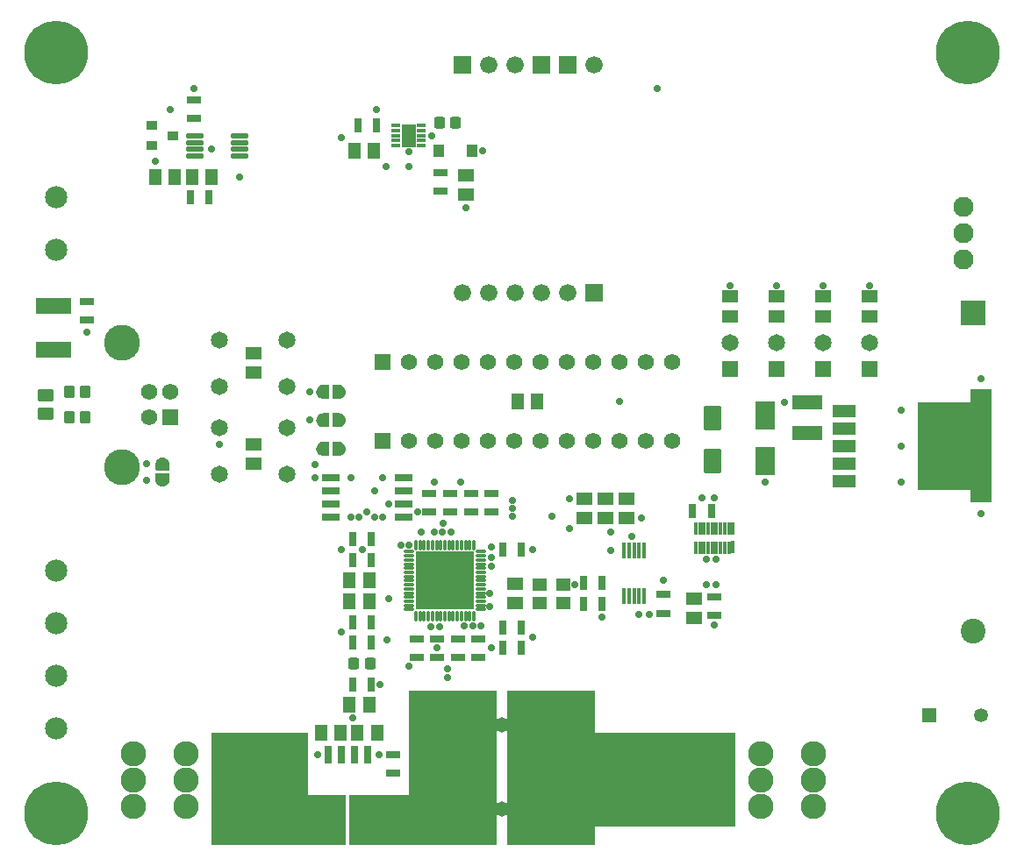
<source format=gbr>
%TF.GenerationSoftware,Altium Limited,Altium Designer,25.2.1 (25)*%
G04 Layer_Color=16711935*
%FSLAX43Y43*%
%MOMM*%
%TF.SameCoordinates,14BE83A4-B3EB-4770-8DB1-726BE69DDD70*%
%TF.FilePolarity,Negative*%
%TF.FileFunction,Soldermask,Bot*%
%TF.Part,Single*%
G01*
G75*
%TA.AperFunction,ComponentPad*%
%ADD78C,1.650*%
%ADD79R,1.650X1.650*%
%ADD80C,1.674*%
%ADD81R,1.674X1.674*%
%ADD82C,2.450*%
%ADD83C,1.350*%
%ADD84R,1.350X1.350*%
%ADD85C,2.550*%
%ADD86C,1.475*%
%ADD87C,1.950*%
%ADD88C,2.150*%
%ADD89C,1.575*%
%ADD90C,2.400*%
%ADD91R,1.558X1.558*%
%ADD92C,3.466*%
%ADD93C,1.558*%
%TA.AperFunction,ViaPad*%
%ADD94C,6.150*%
%TA.AperFunction,ComponentPad*%
%ADD95R,1.575X1.575*%
%ADD96R,2.400X2.400*%
%TA.AperFunction,ViaPad*%
%ADD97C,0.700*%
%TA.AperFunction,SMDPad,CuDef*%
%ADD98R,0.800X1.678*%
%ADD99R,1.400X0.750*%
G04:AMPARAMS|DCode=100|XSize=2.36mm|YSize=1.68mm|CornerRadius=0.19mm|HoleSize=0mm|Usage=FLASHONLY|Rotation=270.000|XOffset=0mm|YOffset=0mm|HoleType=Round|Shape=RoundedRectangle|*
%AMROUNDEDRECTD100*
21,1,2.360,1.301,0,0,270.0*
21,1,1.981,1.680,0,0,270.0*
1,1,0.380,-0.650,-0.990*
1,1,0.380,-0.650,0.990*
1,1,0.380,0.650,0.990*
1,1,0.380,0.650,-0.990*
%
%ADD100ROUNDEDRECTD100*%
%ADD101R,1.950X2.800*%
%ADD102R,0.350X1.150*%
%ADD103R,0.350X1.250*%
%ADD104R,1.620X1.190*%
%ADD105R,0.750X1.400*%
%ADD106R,2.910X1.380*%
G04:AMPARAMS|DCode=107|XSize=1.166mm|YSize=1.547mm|CornerRadius=0.202mm|HoleSize=0mm|Usage=FLASHONLY|Rotation=270.000|XOffset=0mm|YOffset=0mm|HoleType=Round|Shape=RoundedRectangle|*
%AMROUNDEDRECTD107*
21,1,1.166,1.143,0,0,270.0*
21,1,0.762,1.547,0,0,270.0*
1,1,0.404,-0.572,-0.381*
1,1,0.404,-0.572,0.381*
1,1,0.404,0.572,0.381*
1,1,0.404,0.572,-0.381*
%
%ADD107ROUNDEDRECTD107*%
%ADD108R,5.650X5.650*%
G04:AMPARAMS|DCode=109|XSize=0.98mm|YSize=0.37mm|CornerRadius=0.103mm|HoleSize=0mm|Usage=FLASHONLY|Rotation=180.000|XOffset=0mm|YOffset=0mm|HoleType=Round|Shape=RoundedRectangle|*
%AMROUNDEDRECTD109*
21,1,0.980,0.165,0,0,180.0*
21,1,0.775,0.370,0,0,180.0*
1,1,0.205,-0.388,0.083*
1,1,0.205,0.388,0.083*
1,1,0.205,0.388,-0.083*
1,1,0.205,-0.388,-0.083*
%
%ADD109ROUNDEDRECTD109*%
G04:AMPARAMS|DCode=110|XSize=0.98mm|YSize=0.37mm|CornerRadius=0.103mm|HoleSize=0mm|Usage=FLASHONLY|Rotation=270.000|XOffset=0mm|YOffset=0mm|HoleType=Round|Shape=RoundedRectangle|*
%AMROUNDEDRECTD110*
21,1,0.980,0.165,0,0,270.0*
21,1,0.775,0.370,0,0,270.0*
1,1,0.205,-0.083,-0.388*
1,1,0.205,-0.083,0.388*
1,1,0.205,0.083,0.388*
1,1,0.205,0.083,-0.388*
%
%ADD110ROUNDEDRECTD110*%
%ADD111R,2.310X1.170*%
%ADD112R,2.060X1.385*%
%ADD113R,7.140X8.480*%
%ADD114R,0.450X1.550*%
%ADD115R,1.190X1.620*%
G04:AMPARAMS|DCode=116|XSize=1.62mm|YSize=0.55mm|CornerRadius=0.125mm|HoleSize=0mm|Usage=FLASHONLY|Rotation=180.000|XOffset=0mm|YOffset=0mm|HoleType=Round|Shape=RoundedRectangle|*
%AMROUNDEDRECTD116*
21,1,1.620,0.300,0,0,180.0*
21,1,1.370,0.550,0,0,180.0*
1,1,0.250,-0.685,0.150*
1,1,0.250,0.685,0.150*
1,1,0.250,0.685,-0.150*
1,1,0.250,-0.685,-0.150*
%
%ADD116ROUNDEDRECTD116*%
%ADD117R,1.050X0.950*%
%ADD118R,1.070X1.230*%
G04:AMPARAMS|DCode=119|XSize=1.05mm|YSize=1.12mm|CornerRadius=0.21mm|HoleSize=0mm|Usage=FLASHONLY|Rotation=180.000|XOffset=0mm|YOffset=0mm|HoleType=Round|Shape=RoundedRectangle|*
%AMROUNDEDRECTD119*
21,1,1.050,0.700,0,0,180.0*
21,1,0.630,1.120,0,0,180.0*
1,1,0.420,-0.315,0.350*
1,1,0.420,0.315,0.350*
1,1,0.420,0.315,-0.350*
1,1,0.420,-0.315,-0.350*
%
%ADD119ROUNDEDRECTD119*%
%ADD120R,1.450X1.200*%
%ADD121R,0.950X0.450*%
%ADD122R,1.400X2.200*%
%ADD123R,1.750X0.800*%
%ADD124R,3.350X1.650*%
G04:AMPARAMS|DCode=125|XSize=1.02mm|YSize=1.17mm|CornerRadius=0.184mm|HoleSize=0mm|Usage=FLASHONLY|Rotation=0.000|XOffset=0mm|YOffset=0mm|HoleType=Round|Shape=RoundedRectangle|*
%AMROUNDEDRECTD125*
21,1,1.020,0.803,0,0,0.0*
21,1,0.653,1.170,0,0,0.0*
1,1,0.368,0.326,-0.401*
1,1,0.368,-0.326,-0.401*
1,1,0.368,-0.326,0.401*
1,1,0.368,0.326,0.401*
%
%ADD125ROUNDEDRECTD125*%
G36*
X31793Y45924D02*
X31886Y45910D01*
X31898Y45907D01*
X31988Y45878D01*
X31998Y45873D01*
X32083Y45830D01*
X32089Y45826D01*
X32093Y45824D01*
X32169Y45769D01*
X32178Y45761D01*
X32245Y45694D01*
X32253Y45685D01*
X32253Y45685D01*
X32308Y45609D01*
X32310Y45605D01*
X32314Y45599D01*
X32357Y45514D01*
X32362Y45504D01*
X32391Y45414D01*
X32394Y45402D01*
X32408Y45309D01*
X32409Y45297D01*
Y45297D01*
D01*
Y45203D01*
X32408Y45191D01*
X32394Y45098D01*
X32391Y45086D01*
X32362Y44996D01*
X32357Y44986D01*
X32314Y44901D01*
X32310Y44895D01*
X32308Y44891D01*
X32253Y44815D01*
X32245Y44806D01*
X32178Y44739D01*
X32169Y44731D01*
X32169Y44731D01*
X32093Y44676D01*
X32089Y44674D01*
X32083Y44670D01*
X31998Y44627D01*
X31988Y44622D01*
X31898Y44593D01*
X31886Y44590D01*
X31793Y44576D01*
X31781Y44575D01*
X31781D01*
X31781D01*
X31734Y44575D01*
X31226D01*
X31214Y44576D01*
X31203Y44578D01*
X31192Y44583D01*
X31182Y44589D01*
X31173Y44597D01*
X31165Y44606D01*
X31159Y44616D01*
X31154Y44627D01*
X31152Y44638D01*
X31151Y44650D01*
Y45850D01*
X31152Y45862D01*
X31154Y45873D01*
X31159Y45884D01*
X31165Y45894D01*
X31173Y45903D01*
X31182Y45911D01*
X31192Y45917D01*
X31203Y45922D01*
X31214Y45924D01*
X31226Y45925D01*
X31781D01*
X31793Y45924D01*
D02*
G37*
G36*
X30786D02*
X30797Y45922D01*
X30808Y45917D01*
X30818Y45911D01*
X30827Y45903D01*
X30835Y45894D01*
X30841Y45884D01*
X30846Y45873D01*
X30848Y45862D01*
X30849Y45850D01*
Y44650D01*
X30848Y44638D01*
X30846Y44627D01*
X30841Y44616D01*
X30835Y44606D01*
X30827Y44597D01*
X30818Y44589D01*
X30808Y44583D01*
X30797Y44578D01*
X30786Y44576D01*
X30774Y44575D01*
X30266D01*
X30266Y44575D01*
X30219D01*
D01*
X30219D01*
X30207Y44576D01*
X30114Y44590D01*
X30102Y44593D01*
X30012Y44622D01*
X30002Y44627D01*
X29917Y44670D01*
X29911Y44674D01*
X29907Y44676D01*
X29831Y44731D01*
X29831Y44731D01*
X29822Y44739D01*
X29755Y44806D01*
X29747Y44815D01*
X29692Y44891D01*
X29690Y44895D01*
X29686Y44901D01*
X29643Y44986D01*
X29638Y44996D01*
X29609Y45086D01*
X29606Y45098D01*
X29592Y45191D01*
X29591Y45203D01*
Y45297D01*
D01*
Y45297D01*
X29592Y45309D01*
X29606Y45402D01*
X29609Y45414D01*
X29638Y45504D01*
X29643Y45514D01*
X29686Y45599D01*
X29690Y45605D01*
X29692Y45609D01*
X29747Y45685D01*
X29747Y45685D01*
X29755Y45694D01*
X29822Y45761D01*
X29831Y45769D01*
X29907Y45824D01*
X29911Y45826D01*
X29917Y45830D01*
X30002Y45873D01*
X30012Y45878D01*
X30102Y45907D01*
X30114Y45910D01*
X30207Y45924D01*
X30219Y45925D01*
X30774D01*
X30786Y45924D01*
D02*
G37*
G36*
X31793Y43174D02*
X31886Y43160D01*
X31898Y43157D01*
X31988Y43128D01*
X31998Y43123D01*
X32083Y43080D01*
X32089Y43076D01*
X32093Y43074D01*
X32169Y43019D01*
X32178Y43011D01*
X32245Y42944D01*
X32253Y42935D01*
X32253Y42935D01*
X32308Y42859D01*
X32310Y42855D01*
X32314Y42849D01*
X32357Y42764D01*
X32362Y42754D01*
X32391Y42664D01*
X32394Y42652D01*
X32408Y42559D01*
X32409Y42547D01*
Y42547D01*
D01*
Y42453D01*
X32408Y42441D01*
X32394Y42348D01*
X32391Y42336D01*
X32362Y42246D01*
X32357Y42236D01*
X32314Y42151D01*
X32310Y42145D01*
X32308Y42141D01*
X32253Y42065D01*
X32245Y42056D01*
X32178Y41989D01*
X32169Y41981D01*
X32169Y41981D01*
X32093Y41926D01*
X32089Y41924D01*
X32083Y41920D01*
X31998Y41877D01*
X31988Y41872D01*
X31898Y41843D01*
X31886Y41840D01*
X31793Y41826D01*
X31781Y41825D01*
X31781D01*
X31781D01*
X31734Y41825D01*
X31226D01*
X31214Y41826D01*
X31203Y41828D01*
X31192Y41833D01*
X31182Y41839D01*
X31173Y41847D01*
X31165Y41856D01*
X31159Y41866D01*
X31154Y41877D01*
X31152Y41888D01*
X31151Y41900D01*
Y43100D01*
X31152Y43112D01*
X31154Y43123D01*
X31159Y43134D01*
X31165Y43144D01*
X31173Y43153D01*
X31182Y43161D01*
X31192Y43167D01*
X31203Y43172D01*
X31214Y43174D01*
X31226Y43175D01*
X31781D01*
X31793Y43174D01*
D02*
G37*
G36*
X30786D02*
X30797Y43172D01*
X30808Y43167D01*
X30818Y43161D01*
X30827Y43153D01*
X30835Y43144D01*
X30841Y43134D01*
X30846Y43123D01*
X30848Y43112D01*
X30849Y43100D01*
Y41900D01*
X30848Y41888D01*
X30846Y41877D01*
X30841Y41866D01*
X30835Y41856D01*
X30827Y41847D01*
X30818Y41839D01*
X30808Y41833D01*
X30797Y41828D01*
X30786Y41826D01*
X30774Y41825D01*
X30266D01*
X30266Y41825D01*
X30219D01*
D01*
X30219D01*
X30207Y41826D01*
X30114Y41840D01*
X30102Y41843D01*
X30012Y41872D01*
X30002Y41877D01*
X29917Y41920D01*
X29911Y41924D01*
X29907Y41926D01*
X29831Y41981D01*
X29831Y41981D01*
X29822Y41989D01*
X29755Y42056D01*
X29747Y42065D01*
X29692Y42141D01*
X29690Y42145D01*
X29686Y42151D01*
X29643Y42236D01*
X29638Y42246D01*
X29609Y42336D01*
X29606Y42348D01*
X29592Y42441D01*
X29591Y42453D01*
Y42547D01*
D01*
Y42547D01*
X29592Y42559D01*
X29606Y42652D01*
X29609Y42664D01*
X29638Y42754D01*
X29643Y42764D01*
X29686Y42849D01*
X29690Y42855D01*
X29692Y42859D01*
X29747Y42935D01*
X29747Y42935D01*
X29755Y42944D01*
X29822Y43011D01*
X29831Y43019D01*
X29907Y43074D01*
X29911Y43076D01*
X29917Y43080D01*
X30002Y43123D01*
X30012Y43128D01*
X30102Y43157D01*
X30114Y43160D01*
X30207Y43174D01*
X30219Y43175D01*
X30774D01*
X30786Y43174D01*
D02*
G37*
G36*
X31793Y40424D02*
X31886Y40410D01*
X31898Y40407D01*
X31988Y40378D01*
X31998Y40373D01*
X32083Y40330D01*
X32089Y40326D01*
X32093Y40324D01*
X32169Y40269D01*
X32178Y40261D01*
X32245Y40194D01*
X32253Y40185D01*
X32253Y40185D01*
X32308Y40109D01*
X32310Y40105D01*
X32314Y40099D01*
X32357Y40014D01*
X32362Y40004D01*
X32391Y39914D01*
X32394Y39902D01*
X32408Y39809D01*
X32409Y39797D01*
Y39797D01*
D01*
Y39703D01*
X32408Y39691D01*
X32394Y39598D01*
X32391Y39586D01*
X32362Y39496D01*
X32357Y39486D01*
X32314Y39401D01*
X32310Y39395D01*
X32308Y39391D01*
X32253Y39315D01*
X32245Y39306D01*
X32178Y39239D01*
X32169Y39231D01*
X32169Y39231D01*
X32093Y39176D01*
X32089Y39174D01*
X32083Y39170D01*
X31998Y39127D01*
X31988Y39122D01*
X31898Y39093D01*
X31886Y39090D01*
X31793Y39076D01*
X31781Y39075D01*
X31781D01*
X31781D01*
X31734Y39075D01*
X31226D01*
X31214Y39076D01*
X31203Y39078D01*
X31192Y39083D01*
X31182Y39089D01*
X31173Y39097D01*
X31165Y39106D01*
X31159Y39116D01*
X31154Y39127D01*
X31152Y39138D01*
X31151Y39150D01*
Y40350D01*
X31152Y40362D01*
X31154Y40373D01*
X31159Y40384D01*
X31165Y40394D01*
X31173Y40403D01*
X31182Y40411D01*
X31192Y40417D01*
X31203Y40422D01*
X31214Y40424D01*
X31226Y40425D01*
X31781D01*
X31793Y40424D01*
D02*
G37*
G36*
X30786D02*
X30797Y40422D01*
X30808Y40417D01*
X30818Y40411D01*
X30827Y40403D01*
X30835Y40394D01*
X30841Y40384D01*
X30846Y40373D01*
X30848Y40362D01*
X30849Y40350D01*
Y39150D01*
X30848Y39138D01*
X30846Y39127D01*
X30841Y39116D01*
X30835Y39106D01*
X30827Y39097D01*
X30818Y39089D01*
X30808Y39083D01*
X30797Y39078D01*
X30786Y39076D01*
X30774Y39075D01*
X30266D01*
X30266Y39075D01*
X30219D01*
D01*
X30219D01*
X30207Y39076D01*
X30114Y39090D01*
X30102Y39093D01*
X30012Y39122D01*
X30002Y39127D01*
X29917Y39170D01*
X29911Y39174D01*
X29907Y39176D01*
X29831Y39231D01*
X29831Y39231D01*
X29822Y39239D01*
X29755Y39306D01*
X29747Y39315D01*
X29692Y39391D01*
X29690Y39395D01*
X29686Y39401D01*
X29643Y39486D01*
X29638Y39496D01*
X29609Y39586D01*
X29606Y39598D01*
X29592Y39691D01*
X29591Y39703D01*
Y39797D01*
D01*
Y39797D01*
X29592Y39809D01*
X29606Y39902D01*
X29609Y39914D01*
X29638Y40004D01*
X29643Y40014D01*
X29686Y40099D01*
X29690Y40105D01*
X29692Y40109D01*
X29747Y40185D01*
X29747Y40185D01*
X29755Y40194D01*
X29822Y40261D01*
X29831Y40269D01*
X29907Y40324D01*
X29911Y40326D01*
X29917Y40330D01*
X30002Y40373D01*
X30012Y40378D01*
X30102Y40407D01*
X30114Y40410D01*
X30207Y40424D01*
X30219Y40425D01*
X30774D01*
X30786Y40424D01*
D02*
G37*
G36*
X14809Y38908D02*
X14902Y38894D01*
X14914Y38891D01*
X15004Y38862D01*
X15014Y38857D01*
X15099Y38814D01*
X15105Y38810D01*
X15109Y38808D01*
X15185Y38753D01*
X15194Y38745D01*
X15261Y38678D01*
X15269Y38669D01*
X15269Y38669D01*
X15324Y38593D01*
X15326Y38589D01*
X15330Y38583D01*
X15373Y38498D01*
X15378Y38488D01*
X15407Y38398D01*
X15410Y38386D01*
X15424Y38293D01*
X15425Y38281D01*
Y38281D01*
Y38281D01*
X15425Y38234D01*
Y37726D01*
X15424Y37714D01*
X15422Y37703D01*
X15417Y37692D01*
X15411Y37682D01*
X15403Y37673D01*
X15394Y37665D01*
X15384Y37659D01*
X15373Y37654D01*
X15362Y37652D01*
X15350Y37651D01*
X14150D01*
X14138Y37652D01*
X14127Y37654D01*
X14116Y37659D01*
X14106Y37665D01*
X14097Y37673D01*
X14089Y37682D01*
X14083Y37692D01*
X14078Y37703D01*
X14076Y37714D01*
X14075Y37726D01*
Y38234D01*
Y38234D01*
Y38281D01*
X14076Y38293D01*
X14090Y38386D01*
X14093Y38398D01*
X14122Y38488D01*
X14127Y38498D01*
X14170Y38583D01*
X14174Y38589D01*
X14176Y38593D01*
X14231Y38669D01*
X14239Y38678D01*
X14306Y38745D01*
X14315Y38753D01*
X14315Y38753D01*
X14391Y38808D01*
X14395Y38810D01*
X14401Y38814D01*
X14486Y38857D01*
X14496Y38862D01*
X14586Y38891D01*
X14598Y38894D01*
X14691Y38908D01*
X14703Y38909D01*
X14703D01*
D01*
X14797D01*
X14809Y38908D01*
D02*
G37*
G36*
X15362Y37348D02*
X15373Y37346D01*
X15384Y37341D01*
X15394Y37335D01*
X15403Y37327D01*
X15411Y37318D01*
X15417Y37308D01*
X15422Y37297D01*
X15424Y37286D01*
X15425Y37274D01*
Y36766D01*
X15425Y36766D01*
Y36719D01*
D01*
Y36719D01*
X15424Y36707D01*
X15410Y36614D01*
X15407Y36602D01*
X15378Y36512D01*
X15373Y36502D01*
X15330Y36417D01*
X15326Y36411D01*
X15324Y36407D01*
X15269Y36331D01*
X15269Y36331D01*
X15261Y36322D01*
X15194Y36255D01*
X15185Y36247D01*
X15109Y36192D01*
X15105Y36190D01*
X15099Y36186D01*
X15014Y36143D01*
X15004Y36138D01*
X14914Y36109D01*
X14902Y36106D01*
X14809Y36092D01*
X14797Y36091D01*
X14703D01*
D01*
X14703D01*
X14691Y36092D01*
X14598Y36106D01*
X14586Y36109D01*
X14496Y36138D01*
X14486Y36143D01*
X14401Y36186D01*
X14395Y36190D01*
X14391Y36192D01*
X14315Y36247D01*
X14315Y36247D01*
X14306Y36255D01*
X14239Y36322D01*
X14231Y36331D01*
X14176Y36407D01*
X14174Y36411D01*
X14170Y36417D01*
X14127Y36502D01*
X14122Y36512D01*
X14093Y36602D01*
X14090Y36614D01*
X14076Y36707D01*
X14075Y36719D01*
Y36766D01*
Y37274D01*
X14076Y37286D01*
X14078Y37297D01*
X14083Y37308D01*
X14089Y37318D01*
X14097Y37327D01*
X14106Y37335D01*
X14116Y37341D01*
X14127Y37346D01*
X14138Y37348D01*
X14150Y37349D01*
X15350D01*
X15362Y37348D01*
D02*
G37*
G36*
X56500Y12290D02*
X70040D01*
Y3210D01*
X56500D01*
Y1500D01*
X48000D01*
Y16400D01*
X56500D01*
Y12290D01*
D02*
G37*
G36*
X47000Y1500D02*
X32800D01*
Y6250D01*
X38500D01*
Y16400D01*
X47000D01*
Y1500D01*
D02*
G37*
G36*
X28750Y6250D02*
X32400D01*
Y1500D01*
X19500D01*
Y12290D01*
X28750D01*
Y6250D01*
D02*
G37*
D78*
X69500Y50000D02*
D03*
X78500D02*
D03*
X83000D02*
D03*
X74000D02*
D03*
X26750Y45750D02*
D03*
X20250D02*
D03*
Y50250D02*
D03*
X26750D02*
D03*
X20250Y41750D02*
D03*
X26750D02*
D03*
X20250Y37250D02*
D03*
X26750D02*
D03*
D79*
X69500Y47460D02*
D03*
X78500D02*
D03*
X83000D02*
D03*
X74000D02*
D03*
D80*
X48768Y54786D02*
D03*
X56388Y76786D02*
D03*
X48768D02*
D03*
X46228D02*
D03*
X53848Y54786D02*
D03*
X51308D02*
D03*
X46228D02*
D03*
X43688D02*
D03*
D81*
X53848Y76786D02*
D03*
X51308D02*
D03*
X43688D02*
D03*
X56388Y54786D02*
D03*
D82*
X17040Y10290D02*
D03*
Y7750D02*
D03*
Y5210D02*
D03*
X11960D02*
D03*
Y7750D02*
D03*
Y10290D02*
D03*
X26540D02*
D03*
Y7750D02*
D03*
Y5210D02*
D03*
X21460D02*
D03*
Y7750D02*
D03*
Y10290D02*
D03*
X68040D02*
D03*
Y7750D02*
D03*
Y5210D02*
D03*
X62960D02*
D03*
Y7750D02*
D03*
Y10290D02*
D03*
X77540D02*
D03*
Y7750D02*
D03*
Y5210D02*
D03*
X72460D02*
D03*
Y7750D02*
D03*
Y10290D02*
D03*
D83*
X93750Y14000D02*
D03*
D84*
X88750D02*
D03*
D85*
X41460Y11750D02*
D03*
Y14250D02*
D03*
X44960Y11750D02*
D03*
Y14250D02*
D03*
X50040Y11750D02*
D03*
Y14250D02*
D03*
X53540Y11750D02*
D03*
Y14250D02*
D03*
X41460Y3660D02*
D03*
Y6160D02*
D03*
X44960Y3660D02*
D03*
Y6160D02*
D03*
X50040Y3660D02*
D03*
Y6160D02*
D03*
X53540Y3660D02*
D03*
Y6160D02*
D03*
D86*
X47500Y13045D02*
D03*
Y4955D02*
D03*
D87*
X92000Y63080D02*
D03*
Y60540D02*
D03*
Y58000D02*
D03*
D88*
X4500Y28000D02*
D03*
Y22920D02*
D03*
Y58920D02*
D03*
Y12760D02*
D03*
Y17840D02*
D03*
Y64000D02*
D03*
D89*
X43620Y40500D02*
D03*
X56320D02*
D03*
X48700Y48120D02*
D03*
X56320D02*
D03*
X58860D02*
D03*
X61400D02*
D03*
X63940D02*
D03*
X53780D02*
D03*
X51240D02*
D03*
X46160D02*
D03*
X43620D02*
D03*
X41080D02*
D03*
X38540D02*
D03*
X58860Y40500D02*
D03*
X61400D02*
D03*
X63940D02*
D03*
X53780D02*
D03*
X51240D02*
D03*
X48700D02*
D03*
X46160D02*
D03*
X41080D02*
D03*
X38540D02*
D03*
D90*
X93000Y22150D02*
D03*
D91*
X15500Y42750D02*
D03*
D92*
X10800Y37980D02*
D03*
Y50020D02*
D03*
D93*
X13500Y42750D02*
D03*
Y45250D02*
D03*
X15500D02*
D03*
D94*
X92500Y78000D02*
D03*
X4500D02*
D03*
Y4500D02*
D03*
X92500D02*
D03*
D95*
X36000Y48120D02*
D03*
Y40500D02*
D03*
D96*
X93000Y52850D02*
D03*
D97*
X32100Y3600D02*
D03*
X31600Y2600D02*
D03*
X31100Y3600D02*
D03*
X30600Y2600D02*
D03*
X30100Y5600D02*
D03*
X29600Y4600D02*
D03*
X30100Y3600D02*
D03*
X29600Y2600D02*
D03*
X29100Y5600D02*
D03*
X28600Y4600D02*
D03*
X29100Y3600D02*
D03*
X28600Y2600D02*
D03*
X28100Y11600D02*
D03*
Y9600D02*
D03*
Y7600D02*
D03*
X27600Y6600D02*
D03*
X28100Y5600D02*
D03*
Y3600D02*
D03*
X27600Y2600D02*
D03*
X27100Y3600D02*
D03*
X26600Y2600D02*
D03*
X26100Y3600D02*
D03*
X25600Y2600D02*
D03*
X25100Y11600D02*
D03*
X24600Y10600D02*
D03*
X25100Y9600D02*
D03*
X24600Y8600D02*
D03*
Y6600D02*
D03*
Y4600D02*
D03*
X25100Y3600D02*
D03*
X24600Y2600D02*
D03*
X24100Y11600D02*
D03*
X23600Y10600D02*
D03*
X24100Y9600D02*
D03*
X23600Y8600D02*
D03*
X24100Y7600D02*
D03*
X23600Y6600D02*
D03*
X24100Y5600D02*
D03*
X23600Y4600D02*
D03*
X24100Y3600D02*
D03*
X23600Y2600D02*
D03*
X23100Y11600D02*
D03*
Y9600D02*
D03*
Y7600D02*
D03*
X22600Y6600D02*
D03*
X23100Y5600D02*
D03*
Y3600D02*
D03*
X22600Y2600D02*
D03*
X22100Y3600D02*
D03*
X21600Y2600D02*
D03*
X21100Y3600D02*
D03*
X20600Y2600D02*
D03*
X46100Y15600D02*
D03*
Y9600D02*
D03*
X45600Y8600D02*
D03*
X46100Y7600D02*
D03*
X45100Y9600D02*
D03*
X44600Y8600D02*
D03*
X44100Y15600D02*
D03*
X43600Y12600D02*
D03*
Y10600D02*
D03*
X44100Y9600D02*
D03*
X43600Y8600D02*
D03*
X44100Y7600D02*
D03*
X43600Y4600D02*
D03*
Y2600D02*
D03*
X43100Y15600D02*
D03*
Y13600D02*
D03*
Y11600D02*
D03*
X42600Y10600D02*
D03*
X43100Y9600D02*
D03*
X42600Y8600D02*
D03*
X43100Y7600D02*
D03*
Y5600D02*
D03*
Y3600D02*
D03*
X42100Y9600D02*
D03*
X41600Y8600D02*
D03*
X42100Y7600D02*
D03*
X41100Y9600D02*
D03*
X40600Y8600D02*
D03*
X40100Y15600D02*
D03*
X39600Y14600D02*
D03*
Y12600D02*
D03*
Y10600D02*
D03*
X40100Y9600D02*
D03*
X39600Y8600D02*
D03*
X40100Y7600D02*
D03*
X39600Y6600D02*
D03*
Y4600D02*
D03*
Y2600D02*
D03*
X39100Y15600D02*
D03*
Y13600D02*
D03*
Y11600D02*
D03*
Y9600D02*
D03*
Y7600D02*
D03*
Y5600D02*
D03*
X38600Y4600D02*
D03*
X39100Y3600D02*
D03*
X38600Y2600D02*
D03*
X38100Y5600D02*
D03*
X37600Y4600D02*
D03*
X38100Y3600D02*
D03*
X37600Y2600D02*
D03*
X37100Y5600D02*
D03*
X36600Y4600D02*
D03*
X37100Y3600D02*
D03*
X36600Y2600D02*
D03*
X36100Y5600D02*
D03*
X35600Y4600D02*
D03*
X36100Y3600D02*
D03*
X35600Y2600D02*
D03*
X35100Y3600D02*
D03*
X34600Y2600D02*
D03*
X34100Y3600D02*
D03*
X33600Y2600D02*
D03*
X69100Y11600D02*
D03*
Y3600D02*
D03*
X68100D02*
D03*
X67100Y11600D02*
D03*
X66600Y8600D02*
D03*
Y6600D02*
D03*
Y4600D02*
D03*
X67100Y3600D02*
D03*
X66100Y11600D02*
D03*
X65600Y10600D02*
D03*
X66100Y9600D02*
D03*
X65600Y8600D02*
D03*
X66100Y7600D02*
D03*
X65600Y6600D02*
D03*
X66100Y5600D02*
D03*
X65600Y4600D02*
D03*
X66100Y3600D02*
D03*
X65100Y11600D02*
D03*
X64600Y10600D02*
D03*
X65100Y9600D02*
D03*
X64600Y8600D02*
D03*
X65100Y7600D02*
D03*
X64600Y6600D02*
D03*
X65100Y5600D02*
D03*
X64600Y4600D02*
D03*
X65100Y3600D02*
D03*
X64100Y11600D02*
D03*
Y3600D02*
D03*
X63100D02*
D03*
X62100Y11600D02*
D03*
X61600Y8600D02*
D03*
Y6600D02*
D03*
X62100Y3600D02*
D03*
X61100Y11600D02*
D03*
X60600Y10600D02*
D03*
X61100Y9600D02*
D03*
X60600Y8600D02*
D03*
X61100Y7600D02*
D03*
X60600Y6600D02*
D03*
X61100Y5600D02*
D03*
X60600Y4600D02*
D03*
X61100Y3600D02*
D03*
X60100Y11600D02*
D03*
X59600Y10600D02*
D03*
X60100Y9600D02*
D03*
X59600Y8600D02*
D03*
X60100Y7600D02*
D03*
X59600Y6600D02*
D03*
X60100Y5600D02*
D03*
X59600Y4600D02*
D03*
X60100Y3600D02*
D03*
X59100Y11600D02*
D03*
X58600Y10600D02*
D03*
X59100Y9600D02*
D03*
X58600Y8600D02*
D03*
X59100Y7600D02*
D03*
X58600Y6600D02*
D03*
X59100Y5600D02*
D03*
X58600Y4600D02*
D03*
X59100Y3600D02*
D03*
X58100Y11600D02*
D03*
X57600Y10600D02*
D03*
X58100Y9600D02*
D03*
X57600Y8600D02*
D03*
X58100Y7600D02*
D03*
X57600Y6600D02*
D03*
X58100Y5600D02*
D03*
X57600Y4600D02*
D03*
X58100Y3600D02*
D03*
X57100Y11600D02*
D03*
X56600Y10600D02*
D03*
X57100Y9600D02*
D03*
X56600Y8600D02*
D03*
X57100Y7600D02*
D03*
X56600Y6600D02*
D03*
X57100Y5600D02*
D03*
X56600Y4600D02*
D03*
X57100Y3600D02*
D03*
X56100Y15600D02*
D03*
X55600Y14600D02*
D03*
X56100Y13600D02*
D03*
X55600Y12600D02*
D03*
X56100Y11600D02*
D03*
X55600Y10600D02*
D03*
X56100Y9600D02*
D03*
X55600Y8600D02*
D03*
X56100Y7600D02*
D03*
X55600Y6600D02*
D03*
X56100Y5600D02*
D03*
X55600Y4600D02*
D03*
X56100Y3600D02*
D03*
X55600Y2600D02*
D03*
X55100Y15600D02*
D03*
Y13600D02*
D03*
Y9600D02*
D03*
X54600Y8600D02*
D03*
X55100Y7600D02*
D03*
Y5600D02*
D03*
X54100Y9600D02*
D03*
X53600Y8600D02*
D03*
X53100Y9600D02*
D03*
X52600Y8600D02*
D03*
X52100Y15600D02*
D03*
X51600Y14600D02*
D03*
X52100Y13600D02*
D03*
X51600Y12600D02*
D03*
Y10600D02*
D03*
X52100Y9600D02*
D03*
X51600Y8600D02*
D03*
X52100Y7600D02*
D03*
X51600Y6600D02*
D03*
Y4600D02*
D03*
Y2600D02*
D03*
X51100Y15600D02*
D03*
Y9600D02*
D03*
X50600Y8600D02*
D03*
X51100Y7600D02*
D03*
X50100Y9600D02*
D03*
X49600Y8600D02*
D03*
X49100Y15600D02*
D03*
X48600Y10600D02*
D03*
X49100Y9600D02*
D03*
X48600Y8600D02*
D03*
X49100Y7600D02*
D03*
X48600Y2600D02*
D03*
X68000Y35000D02*
D03*
X67249Y26600D02*
D03*
X68200D02*
D03*
X67249Y29100D02*
D03*
X68200D02*
D03*
X40994Y36500D02*
D03*
X66800Y35000D02*
D03*
X68000Y22750D02*
D03*
X48514Y33250D02*
D03*
X33722Y33097D02*
D03*
X32963Y33095D02*
D03*
X36576Y34365D02*
D03*
X34481Y33600D02*
D03*
X35246Y35635D02*
D03*
X35241Y33097D02*
D03*
X52324Y33250D02*
D03*
X58860Y44310D02*
D03*
X38500Y18750D02*
D03*
X35750Y17000D02*
D03*
X41250Y20500D02*
D03*
X43900Y22627D02*
D03*
X42250Y17653D02*
D03*
X35687Y10204D02*
D03*
X29750D02*
D03*
X33110Y13750D02*
D03*
X74803Y44216D02*
D03*
X72897Y36500D02*
D03*
X60960Y33060D02*
D03*
X58000Y31650D02*
D03*
X60000Y31300D02*
D03*
X40600Y22584D02*
D03*
X63119Y27000D02*
D03*
X61750Y23700D02*
D03*
X54000Y34940D02*
D03*
Y32000D02*
D03*
X60750Y23700D02*
D03*
X58000Y29950D02*
D03*
X7493Y51000D02*
D03*
X57150Y23500D02*
D03*
X46500Y30250D02*
D03*
X40994Y31700D02*
D03*
X42600D02*
D03*
X41756D02*
D03*
X41800Y32500D02*
D03*
X36576Y25273D02*
D03*
X36422Y21249D02*
D03*
X37730Y30440D02*
D03*
X32000Y30000D02*
D03*
X32963Y36905D02*
D03*
X93715Y33500D02*
D03*
Y46500D02*
D03*
X86000Y43500D02*
D03*
Y36500D02*
D03*
Y40000D02*
D03*
X69500Y55485D02*
D03*
X78500D02*
D03*
X32000Y69750D02*
D03*
X38500Y68450D02*
D03*
X41500Y22584D02*
D03*
X50500Y30000D02*
D03*
X14060Y67500D02*
D03*
X15500Y72500D02*
D03*
X45600Y68500D02*
D03*
X44000Y63060D02*
D03*
X43500Y36500D02*
D03*
X54500Y26625D02*
D03*
X50500Y21500D02*
D03*
X42250Y18500D02*
D03*
X40750Y70000D02*
D03*
X22150Y66000D02*
D03*
X17780Y74500D02*
D03*
X20250Y40190D02*
D03*
X29500Y36905D02*
D03*
X13250Y36720D02*
D03*
X32000Y22000D02*
D03*
X83000Y55500D02*
D03*
X46500Y28400D02*
D03*
X35400Y72500D02*
D03*
X39370Y33600D02*
D03*
X19500Y68675D02*
D03*
X29500Y38250D02*
D03*
X34010Y30000D02*
D03*
X29000Y42500D02*
D03*
Y45250D02*
D03*
X36000Y33097D02*
D03*
X36000Y36905D02*
D03*
X46500Y29250D02*
D03*
X46300Y25800D02*
D03*
Y24500D02*
D03*
X44700Y22600D02*
D03*
X45500D02*
D03*
X38560Y30440D02*
D03*
X39751Y31700D02*
D03*
X62500Y74500D02*
D03*
X74000Y55500D02*
D03*
X46482Y20500D02*
D03*
X38500Y67000D02*
D03*
X36322D02*
D03*
X48500Y34000D02*
D03*
Y34750D02*
D03*
X13250Y38280D02*
D03*
D98*
X34544Y10204D02*
D03*
X33274D02*
D03*
X32004D02*
D03*
X30734D02*
D03*
Y4782D02*
D03*
X32004D02*
D03*
X33274D02*
D03*
X34544D02*
D03*
D99*
X37000Y8400D02*
D03*
Y10200D02*
D03*
X68000Y25459D02*
D03*
Y23659D02*
D03*
X17780Y71628D02*
D03*
X46500Y35400D02*
D03*
X42500D02*
D03*
X63119Y23850D02*
D03*
X45250Y19600D02*
D03*
X43250D02*
D03*
X41565Y64600D02*
D03*
X17780Y73428D02*
D03*
X7493Y52185D02*
D03*
X40500Y35400D02*
D03*
X41250Y19600D02*
D03*
X39250D02*
D03*
X44500Y35400D02*
D03*
X42500Y33600D02*
D03*
X40500D02*
D03*
X46500D02*
D03*
X45250Y21400D02*
D03*
X41250D02*
D03*
X39250D02*
D03*
X41565Y66400D02*
D03*
X63119Y25650D02*
D03*
X7493Y53985D02*
D03*
X43250Y21400D02*
D03*
X44500Y33600D02*
D03*
D100*
X67817Y38590D02*
D03*
Y42690D02*
D03*
D101*
X72897Y38567D02*
D03*
Y42967D02*
D03*
D102*
X69800Y32000D02*
D03*
X69400D02*
D03*
X69000D02*
D03*
X68600D02*
D03*
X68200D02*
D03*
X67800D02*
D03*
X67400D02*
D03*
X67000D02*
D03*
X66600D02*
D03*
X66200D02*
D03*
Y30200D02*
D03*
X66600D02*
D03*
X67000D02*
D03*
X67400D02*
D03*
X67800D02*
D03*
X68200D02*
D03*
X68600D02*
D03*
X69000D02*
D03*
X69400D02*
D03*
D103*
X69800Y30250D02*
D03*
D104*
X66000Y25239D02*
D03*
Y23359D02*
D03*
X59500Y33060D02*
D03*
Y34940D02*
D03*
X57500Y33060D02*
D03*
Y34940D02*
D03*
X55500Y33060D02*
D03*
Y34940D02*
D03*
X48750Y26690D02*
D03*
Y24810D02*
D03*
X44000Y66180D02*
D03*
Y64300D02*
D03*
X23500Y40190D02*
D03*
X83000Y54440D02*
D03*
X69500D02*
D03*
Y52560D02*
D03*
X83000D02*
D03*
X78500Y54440D02*
D03*
Y52560D02*
D03*
X74000Y54440D02*
D03*
Y52560D02*
D03*
X23500Y47060D02*
D03*
Y48940D02*
D03*
X23500Y38310D02*
D03*
D105*
X67700Y33750D02*
D03*
X65900D02*
D03*
X33110Y23000D02*
D03*
X57150Y26750D02*
D03*
Y24750D02*
D03*
X49365Y30000D02*
D03*
Y22500D02*
D03*
Y20500D02*
D03*
X33600Y71000D02*
D03*
X19215Y64000D02*
D03*
X34910Y17000D02*
D03*
X33110Y31000D02*
D03*
Y29000D02*
D03*
X33110Y21000D02*
D03*
X47565Y30000D02*
D03*
Y20500D02*
D03*
X35400Y71000D02*
D03*
X34910Y31000D02*
D03*
Y29000D02*
D03*
X34910Y21000D02*
D03*
X33110Y17000D02*
D03*
X17415Y64000D02*
D03*
X55350Y26750D02*
D03*
X34910Y23000D02*
D03*
X55350Y24750D02*
D03*
X47565Y22500D02*
D03*
D106*
X77000Y41284D02*
D03*
Y44216D02*
D03*
D107*
X3500Y43111D02*
D03*
Y44889D02*
D03*
D108*
X42000Y27000D02*
D03*
D109*
X38560Y24600D02*
D03*
X45440Y28200D02*
D03*
Y24200D02*
D03*
X38560Y27400D02*
D03*
Y27000D02*
D03*
Y25400D02*
D03*
Y29800D02*
D03*
Y29400D02*
D03*
Y29000D02*
D03*
Y28600D02*
D03*
Y28200D02*
D03*
Y27800D02*
D03*
Y26600D02*
D03*
Y26200D02*
D03*
Y25800D02*
D03*
Y25000D02*
D03*
Y24200D02*
D03*
X45440Y24600D02*
D03*
Y25000D02*
D03*
Y25400D02*
D03*
Y25800D02*
D03*
Y26200D02*
D03*
Y26600D02*
D03*
Y27000D02*
D03*
Y27400D02*
D03*
Y27800D02*
D03*
Y28600D02*
D03*
Y29000D02*
D03*
Y29400D02*
D03*
Y29800D02*
D03*
D110*
X43200Y30440D02*
D03*
X42000Y23560D02*
D03*
X39200Y30440D02*
D03*
Y23560D02*
D03*
X39600D02*
D03*
X40000D02*
D03*
X40400D02*
D03*
X40800D02*
D03*
X41200D02*
D03*
X41600D02*
D03*
X42400D02*
D03*
X42800D02*
D03*
X43200D02*
D03*
X43600D02*
D03*
X44000D02*
D03*
X44400D02*
D03*
X44800D02*
D03*
Y30440D02*
D03*
X44400D02*
D03*
X44000D02*
D03*
X43600D02*
D03*
X42800D02*
D03*
X42400D02*
D03*
X42000D02*
D03*
X41600D02*
D03*
X41200D02*
D03*
X40800D02*
D03*
X40400D02*
D03*
X40000D02*
D03*
X39600D02*
D03*
D111*
X80500Y41700D02*
D03*
Y43400D02*
D03*
Y40000D02*
D03*
Y36600D02*
D03*
Y38300D02*
D03*
D112*
X93715Y44783D02*
D03*
Y35217D02*
D03*
D113*
X91175Y40000D02*
D03*
D114*
X59250Y25550D02*
D03*
X59750D02*
D03*
X60250D02*
D03*
X60750D02*
D03*
X61250D02*
D03*
Y29950D02*
D03*
X60750D02*
D03*
X60250D02*
D03*
X59750D02*
D03*
X59250D02*
D03*
D115*
X31940Y12300D02*
D03*
X30060D02*
D03*
X35440D02*
D03*
X33560D02*
D03*
X50910Y44310D02*
D03*
X49030D02*
D03*
X14060Y66000D02*
D03*
X33300Y68500D02*
D03*
X19515Y66000D02*
D03*
X32810Y15000D02*
D03*
X17635Y66000D02*
D03*
X35180Y68500D02*
D03*
X15940Y66000D02*
D03*
X34690Y15000D02*
D03*
X32810Y27000D02*
D03*
X34690D02*
D03*
X32810Y25000D02*
D03*
X34690D02*
D03*
D116*
X17850Y69975D02*
D03*
X22150Y68025D02*
D03*
X17850Y68675D02*
D03*
X22150Y69975D02*
D03*
Y69325D02*
D03*
Y68675D02*
D03*
X17850Y68025D02*
D03*
Y69325D02*
D03*
D117*
X13750Y70950D02*
D03*
Y69050D02*
D03*
X15750Y70000D02*
D03*
D118*
X44600Y68500D02*
D03*
X41400D02*
D03*
D119*
X43035Y71250D02*
D03*
X41465D02*
D03*
X33190Y19000D02*
D03*
X34760D02*
D03*
D120*
X53400Y26625D02*
D03*
X51100Y24875D02*
D03*
Y26625D02*
D03*
X53400Y24875D02*
D03*
D121*
X37250Y70500D02*
D03*
X39750Y70000D02*
D03*
Y69500D02*
D03*
Y71000D02*
D03*
X37250D02*
D03*
X39750Y70500D02*
D03*
Y69000D02*
D03*
X37250D02*
D03*
Y69500D02*
D03*
Y70000D02*
D03*
D122*
X38500D02*
D03*
D123*
X30950Y36905D02*
D03*
X38050Y33095D02*
D03*
X30950D02*
D03*
Y34365D02*
D03*
Y35635D02*
D03*
X38050Y36905D02*
D03*
Y35635D02*
D03*
Y34365D02*
D03*
D124*
X4222Y49335D02*
D03*
Y53535D02*
D03*
D125*
X5720Y42750D02*
D03*
X7280D02*
D03*
X5720Y45250D02*
D03*
X7280D02*
D03*
%TF.MD5,fb41c5ad97cb69e0abc05ec8ba9aaa4e*%
M02*

</source>
